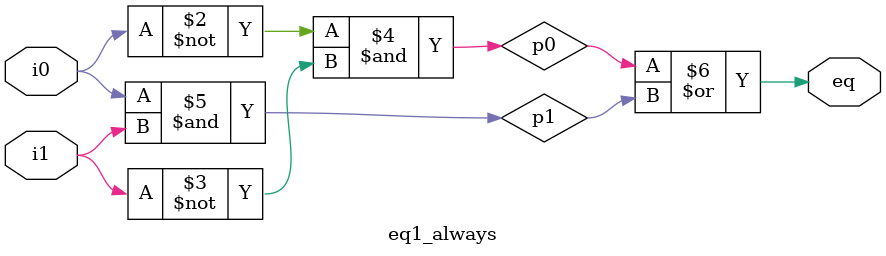
<source format=v>
module eq1_always
  (
   input wire i0, i1,
   output reg eq  // eq declared as reg
  );

  // p0 and p1 declared as reg
  reg p0, p1;

  always @(i0, i1) // i0 an i1 must be in sensitivity list
  begin
     // the order of statements is important
     p0 = ~i0 & ~i1;
     p1 = i0 & i1;
     eq = p0 | p1;
  end

endmodule

</source>
